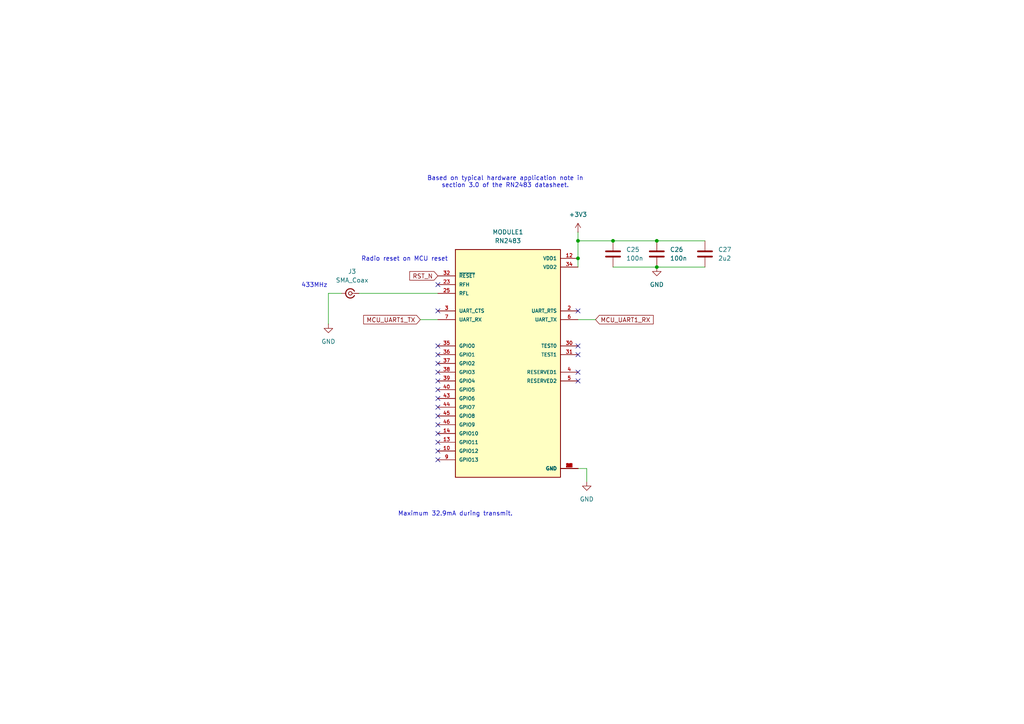
<source format=kicad_sch>
(kicad_sch (version 20231120) (generator "eeschema") (generator_version "8.0")
  (paper "A4")
  (title_block (title "Pygmy") (date "2024-11-10") (rev "A") (company "Matteo Golin"))
  (lib_symbols
    (symbol "Connector:Conn_Coaxial_Small" (pin_numbers hide) (pin_names (offset 1.016) hide)
      (property "Reference" "J" (at 0.254 3.048 0))
      (property "Value" "Conn_Coaxial_Small" (at 0 -3.81 0))
      (symbol "Conn_Coaxial_Small_0_1"
        (polyline (pts (xy -2.54 0) (xy -0.508 0)))
        (circle (center 0 0) (radius 0.508) (stroke (width 0.2032)))
      )
      (symbol "Conn_Coaxial_Small_1_1"
        (arc (start -1.1916 -0.6311) (mid 0.327 -1.3081) (end 1.3484 0.0039) (stroke (width 0.3048)))
        (arc (start 1.3484 -0.0039) (mid 0.327 1.3081) (end -1.1916 0.6311) (stroke (width 0.3048)))
        (pin passive line (at -2.54 0 0) (length 1.27) (name "In") (number "1"))
        (pin passive line (at 2.54 0 180) (length 1.27) (name "Ext") (number "2"))
      )
    )
    (symbol "Device:C" (pin_numbers hide) (pin_names (offset 0.254))
      (property "Reference" "C" (at 0.635 2.54 0))
      (property "Value" "C" (at 0.635 -2.54 0))
      (symbol "C_0_1"
        (polyline (pts (xy -2.032 -0.762) (xy 2.032 -0.762)) (stroke (width 0.508)))
        (polyline (pts (xy -2.032 0.762) (xy 2.032 0.762)) (stroke (width 0.508)))
      )
      (symbol "C_1_1"
        (pin passive line (at 0 3.81 270) (length 2.794) (name "~") (number "1"))
        (pin passive line (at 0 -3.81 90) (length 2.794) (name "~") (number "2"))
      )
    )
    (symbol "RN2483:RN2483-I_RM095" (pin_names (offset 1.016))
      (property "Reference" "MODULE" (at -15.2463 33.0337 0))
      (property "Value" "RN2483" (at -15.2576 -35.6012 0))
      (symbol "RN2483-I_RM095_0_0"
        (rectangle (start -15.24 -33.02) (end 15.24 33.02) (stroke (width 0.254)) (fill (type background)))
        (pin passive line (at 20.32 -30.48 180) (length 5.08) (name "GND") (number "1"))
        (pin bidirectional line (at -20.32 -25.4 0) (length 5.08) (name "GPIO12") (number "10"))
        (pin passive line (at 20.32 -30.48 180) (length 5.08) (name "GND") (number "11"))
        (pin power_in line (at 20.32 30.48 180) (length 5.08) (name "VDD1") (number "12"))
        (pin bidirectional line (at -20.32 -22.86 0) (length 5.08) (name "GPIO11") (number "13"))
        (pin bidirectional line (at -20.32 -20.32 0) (length 5.08) (name "GPIO10") (number "14"))
        (pin output line (at 20.32 15.24 180) (length 5.08) (name "UART_RTS") (number "2"))
        (pin passive line (at 20.32 -30.48 180) (length 5.08) (name "GND") (number "20"))
        (pin passive line (at 20.32 -30.48 180) (length 5.08) (name "GND") (number "21"))
        (pin passive line (at 20.32 -30.48 180) (length 5.08) (name "GND") (number "22"))
        (pin input line (at -20.32 22.86 0) (length 5.08) (name "RFH") (number "23"))
        (pin passive line (at 20.32 -30.48 180) (length 5.08) (name "GND") (number "24"))
        (pin input line (at -20.32 20.32 0) (length 5.08) (name "RFL") (number "25"))
        (pin passive line (at 20.32 -30.48 180) (length 5.08) (name "GND") (number "26"))
        (pin passive line (at 20.32 -30.48 180) (length 5.08) (name "GND") (number "27"))
        (pin passive line (at 20.32 -30.48 180) (length 5.08) (name "GND") (number "28"))
        (pin input line (at -20.32 15.24 0) (length 5.08) (name "UART_CTS") (number "3"))
        (pin passive line (at 20.32 5.08 180) (length 5.08) (name "TEST0") (number "30"))
        (pin passive line (at 20.32 2.54 180) (length 5.08) (name "TEST1") (number "31"))
        (pin input line (at -20.32 25.4 0) (length 5.08) (name "~{RESET}") (number "32"))
        (pin passive line (at 20.32 -30.48 180) (length 5.08) (name "GND") (number "33"))
        (pin power_in line (at 20.32 27.94 180) (length 5.08) (name "VDD2") (number "34"))
        (pin bidirectional line (at -20.32 5.08 0) (length 5.08) (name "GPIO0") (number "35"))
        (pin bidirectional line (at -20.32 2.54 0) (length 5.08) (name "GPIO1") (number "36"))
        (pin bidirectional line (at -20.32 0 0) (length 5.08) (name "GPIO2") (number "37"))
        (pin bidirectional line (at -20.32 -2.54 0) (length 5.08) (name "GPIO3") (number "38"))
        (pin bidirectional line (at -20.32 -5.08 0) (length 5.08) (name "GPIO4") (number "39"))
        (pin passive line (at 20.32 -2.54 180) (length 5.08) (name "RESERVED1") (number "4"))
        (pin bidirectional line (at -20.32 -7.62 0) (length 5.08) (name "GPIO5") (number "40"))
        (pin passive line (at 20.32 -30.48 180) (length 5.08) (name "GND") (number "41"))
        (pin bidirectional line (at -20.32 -10.16 0) (length 5.08) (name "GPIO6") (number "43"))
        (pin bidirectional line (at -20.32 -12.7 0) (length 5.08) (name "GPIO7") (number "44"))
        (pin bidirectional line (at -20.32 -15.24 0) (length 5.08) (name "GPIO8") (number "45"))
        (pin bidirectional line (at -20.32 -17.78 0) (length 5.08) (name "GPIO9") (number "46"))
        (pin passive line (at 20.32 -30.48 180) (length 5.08) (name "GND") (number "47"))
        (pin passive line (at 20.32 -5.08 180) (length 5.08) (name "RESERVED2") (number "5"))
        (pin output line (at 20.32 12.7 180) (length 5.08) (name "UART_TX") (number "6"))
        (pin input line (at -20.32 12.7 0) (length 5.08) (name "UART_RX") (number "7"))
        (pin passive line (at 20.32 -30.48 180) (length 5.08) (name "GND") (number "8"))
        (pin bidirectional line (at -20.32 -27.94 0) (length 5.08) (name "GPIO13") (number "9"))
      )
    )
    (symbol "power:+3.3V" (power) (pin_numbers hide) (pin_names (offset 0) hide)
      (property "Value" "+3.3V" (at 0 3.556 0))
      (symbol "+3.3V_0_1"
        (polyline (pts (xy -0.762 1.27) (xy 0 2.54)))
        (polyline (pts (xy 0 0) (xy 0 2.54)))
        (polyline (pts (xy 0 2.54) (xy 0.762 1.27)))
      )
      (symbol "+3.3V_1_1"
        (pin power_in line (at 0 0 90) (length 0) (name "~") (number "1"))
      )
    )
    (symbol "power:GND" (power) (pin_numbers hide) (pin_names (offset 0) hide)
      (property "Value" "GND" (at 0 -3.81 0))
      (symbol "GND_0_1"
        (polyline (pts (xy 0 0) (xy 0 -1.27) (xy 1.27 -1.27) (xy 0 -2.54) (xy -1.27 -1.27) (xy 0 -1.27)))
      )
      (symbol "GND_1_1"
        (pin power_in line (at 0 0 270) (length 0) (name "~") (number "1"))
      )
    )
  )
  (junction (at 167.64 69.85))
  (junction (at 167.64 74.93))
  (junction (at 190.5 77.47))
  (junction (at 177.8 69.85))
  (junction (at 190.5 69.85))
  (no_connect (at 127 115.57))
  (no_connect (at 167.64 102.87))
  (no_connect (at 127 105.41))
  (no_connect (at 167.64 90.17))
  (no_connect (at 127 102.87))
  (no_connect (at 127 82.55))
  (no_connect (at 127 110.49))
  (no_connect (at 127 130.81))
  (no_connect (at 167.64 110.49))
  (no_connect (at 127 100.33))
  (no_connect (at 127 133.35))
  (no_connect (at 127 123.19))
  (no_connect (at 127 90.17))
  (no_connect (at 127 120.65))
  (no_connect (at 167.64 107.95))
  (no_connect (at 127 118.11))
  (no_connect (at 127 107.95))
  (no_connect (at 127 125.73))
  (no_connect (at 127 113.03))
  (no_connect (at 167.64 100.33))
  (no_connect (at 127 128.27))
  (wire (pts (xy 172.72 92.71) (xy 167.64 92.71)))
  (wire (pts (xy 95.25 85.09) (xy 95.25 93.98)))
  (wire (pts (xy 177.8 69.85) (xy 190.5 69.85)))
  (wire (pts (xy 167.64 69.85) (xy 177.8 69.85)))
  (wire (pts (xy 177.8 77.47) (xy 190.5 77.47)))
  (wire (pts (xy 104.14 85.09) (xy 127 85.09)))
  (wire (pts (xy 170.18 139.7) (xy 170.18 135.89)))
  (wire (pts (xy 167.64 135.89) (xy 170.18 135.89)))
  (wire (pts (xy 121.92 92.71) (xy 127 92.71)))
  (wire (pts (xy 190.5 77.47) (xy 204.47 77.47)))
  (wire (pts (xy 190.5 69.85) (xy 204.47 69.85)))
  (wire (pts (xy 167.64 67.31) (xy 167.64 69.85)))
  (wire (pts (xy 95.25 85.09) (xy 99.06 85.09)))
  (wire (pts (xy 167.64 69.85) (xy 167.64 74.93)))
  (wire (pts (xy 167.64 74.93) (xy 167.64 77.47)))
  (text "433MHz" (at 91.186 82.804 0) (effects (font (size 1.27 1.27))))
  (text "Radio reset on MCU reset" (at 117.348 75.184 0) (effects (font (size 1.27 1.27))))
  (text "Maximum 32.9mA during transmit." (at 132.08 149.098 0) (effects (font (size 1.27 1.27))))
  (text "Based on typical hardware application note in\nsection 3.0 of the RN2483 datasheet." (at 146.558 52.832 0) (effects (font (size 1.27 1.27))))
  (global_label "MCU_UART1_TX" (shape input) (at 121.92 92.71 180) (property "Intersheetrefs" "${INTERSHEET_REFS}" (effects (hide yes))))
  (global_label "RST_N" (shape input) (at 127 80.01 180) (property "Intersheetrefs" "${INTERSHEET_REFS}" (effects (hide yes))))
  (global_label "MCU_UART1_RX" (shape input) (at 172.72 92.71 0) (property "Intersheetrefs" "${INTERSHEET_REFS}" (effects (hide yes))))
  (symbol (lib_id "power:GND") (at 95.25 93.98 0) (unit 1)
    (property "Reference" "#PWR059" (effects (hide yes)))
    (property "Value" "GND" (at 95.25 99.06 0))
    (property "Description" "Power symbol creates a global label with name \"GND\" , ground" (effects (hide yes)))
  )
  (symbol (lib_id "Device:C") (at 204.47 73.66 0) (unit 1)
    (property "Reference" "C27" (at 208.28 72.3899 0) (effects (justify left)))
    (property "Value" "2u2" (at 208.28 74.9299 0) (effects (justify left)))
    (property "Footprint" "Capacitor_SMD:C_0603_1608Metric" (effects (hide yes)))
    (property "Description" "Unpolarized capacitor" (effects (hide yes)))
  )
  (symbol (lib_id "Device:C") (at 177.8 73.66 0) (unit 1)
    (property "Reference" "C25" (at 181.61 72.3899 0) (effects (justify left)))
    (property "Value" "100n" (at 181.61 74.9299 0) (effects (justify left)))
    (property "Footprint" "Capacitor_SMD:C_0201_0603Metric" (effects (hide yes)))
    (property "Description" "Unpolarized capacitor" (effects (hide yes)))
  )
  (symbol (lib_id "RN2483:RN2483-I_RM095") (at 147.32 105.41 0) (unit 1)
    (property "Reference" "MODULE1" (at 147.32 67.31 0))
    (property "Value" "RN2483" (at 147.32 69.85 0))
    (property "Footprint" "RF_Module:RN2483" (effects (hide yes)))
  )
  (symbol (lib_id "Connector:Conn_Coaxial_Small") (at 101.6 85.09 180) (unit 1)
    (property "Reference" "J3" (at 102.1195 78.74 0))
    (property "Value" "SMA_Coax" (at 102.1195 81.28 0))
    (property "Footprint" "Connector_Coaxial:SMA_Molex_73251-1153_EdgeMount_Horizontal" (effects (hide yes)))
    (property "Description" "small coaxial connector (BNC, SMA, SMB, SMC, Cinch/RCA, LEMO, ...)" (effects (hide yes)))
  )
  (symbol (lib_id "Device:C") (at 190.5 73.66 0) (unit 1)
    (property "Reference" "C26" (at 194.31 72.3899 0) (effects (justify left)))
    (property "Value" "100n" (at 194.31 74.9299 0) (effects (justify left)))
    (property "Footprint" "Capacitor_SMD:C_0201_0603Metric" (effects (hide yes)))
    (property "Description" "Unpolarized capacitor" (effects (hide yes)))
  )
  (symbol (lib_id "power:GND") (at 170.18 139.7 0) (unit 1)
    (property "Reference" "#PWR060" (effects (hide yes)))
    (property "Value" "GND" (at 170.18 144.78 0))
    (property "Description" "Power symbol creates a global label with name \"GND\" , ground" (effects (hide yes)))
  )
  (symbol (lib_id "power:GND") (at 190.5 77.47 0) (unit 1)
    (property "Reference" "#PWR058" (effects (hide yes)))
    (property "Value" "GND" (at 190.5 82.55 0))
    (property "Description" "Power symbol creates a global label with name \"GND\" , ground" (effects (hide yes)))
  )
  (symbol (lib_id "power:+3.3V") (at 167.64 67.31 0) (unit 1)
    (property "Reference" "#PWR057" (effects (hide yes)))
    (property "Value" "+3V3" (at 167.64 62.23 0))
    (property "Description" "Power symbol creates a global label with name \"+3.3V\"" (effects (hide yes)))
  )
)
</source>
